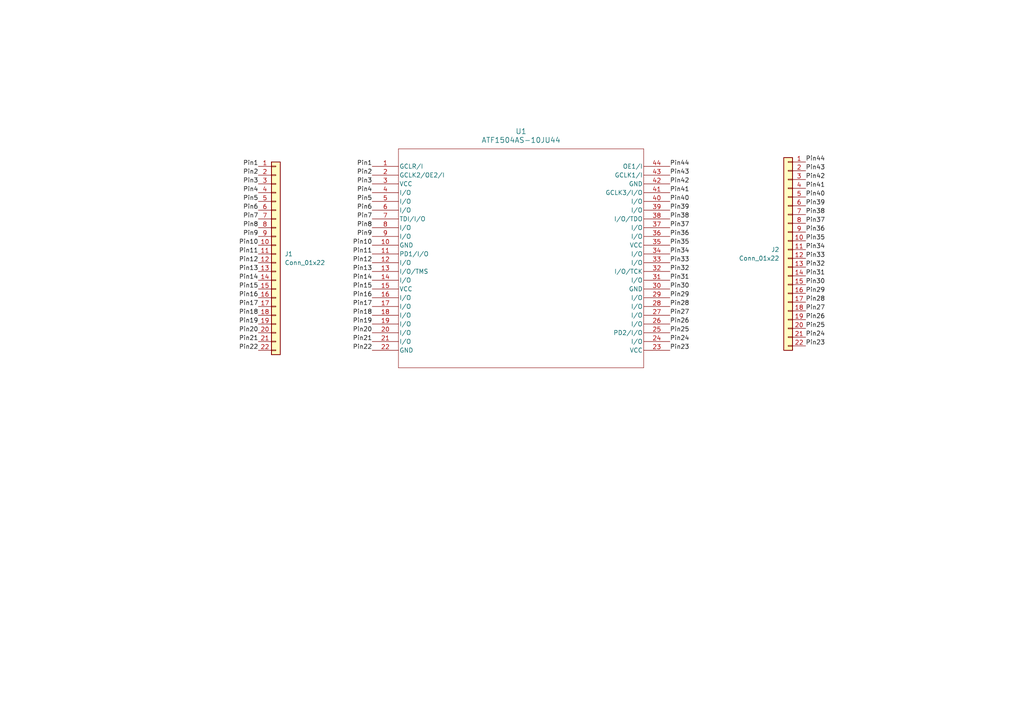
<source format=kicad_sch>
(kicad_sch
	(version 20231120)
	(generator "eeschema")
	(generator_version "8.0")
	(uuid "d7059fac-59d3-40cb-8525-669c9994b2b2")
	(paper "A4")
	(title_block
		(title "PLCC-44 Socket Adapter")
		(date "2025-02-20")
		(rev "v1.0")
	)
	(lib_symbols
		(symbol "2025-02-09_06-48-55:ATF1504AS-10JU44"
			(pin_names
				(offset 0.254)
			)
			(exclude_from_sim no)
			(in_bom yes)
			(on_board yes)
			(property "Reference" "U"
				(at 43.18 10.16 0)
				(effects
					(font
						(size 1.524 1.524)
					)
				)
			)
			(property "Value" "ATF1504AS-10JU44"
				(at 43.18 7.62 0)
				(effects
					(font
						(size 1.524 1.524)
					)
				)
			)
			(property "Footprint" "44J_MCH"
				(at 0 0 0)
				(effects
					(font
						(size 1.27 1.27)
						(italic yes)
					)
					(hide yes)
				)
			)
			(property "Datasheet" "ATF1504AS-10JU44"
				(at 0 0 0)
				(effects
					(font
						(size 1.27 1.27)
						(italic yes)
					)
					(hide yes)
				)
			)
			(property "Description" ""
				(at 0 0 0)
				(effects
					(font
						(size 1.27 1.27)
					)
					(hide yes)
				)
			)
			(property "ki_locked" ""
				(at 0 0 0)
				(effects
					(font
						(size 1.27 1.27)
					)
				)
			)
			(property "ki_keywords" "ATF1504AS-10JU44"
				(at 0 0 0)
				(effects
					(font
						(size 1.27 1.27)
					)
					(hide yes)
				)
			)
			(property "ki_fp_filters" "44J_MCH 44J_MCH-M 44J_MCH-L"
				(at 0 0 0)
				(effects
					(font
						(size 1.27 1.27)
					)
					(hide yes)
				)
			)
			(symbol "ATF1504AS-10JU44_0_1"
				(polyline
					(pts
						(xy 7.62 -58.42) (xy 78.74 -58.42)
					)
					(stroke
						(width 0.127)
						(type default)
					)
					(fill
						(type none)
					)
				)
				(polyline
					(pts
						(xy 7.62 5.08) (xy 7.62 -58.42)
					)
					(stroke
						(width 0.127)
						(type default)
					)
					(fill
						(type none)
					)
				)
				(polyline
					(pts
						(xy 78.74 -58.42) (xy 78.74 5.08)
					)
					(stroke
						(width 0.127)
						(type default)
					)
					(fill
						(type none)
					)
				)
				(polyline
					(pts
						(xy 78.74 5.08) (xy 7.62 5.08)
					)
					(stroke
						(width 0.127)
						(type default)
					)
					(fill
						(type none)
					)
				)
				(pin bidirectional line
					(at 0 0 0)
					(length 7.62)
					(name "GCLR/I"
						(effects
							(font
								(size 1.27 1.27)
							)
						)
					)
					(number "1"
						(effects
							(font
								(size 1.27 1.27)
							)
						)
					)
				)
				(pin power_in line
					(at 0 -22.86 0)
					(length 7.62)
					(name "GND"
						(effects
							(font
								(size 1.27 1.27)
							)
						)
					)
					(number "10"
						(effects
							(font
								(size 1.27 1.27)
							)
						)
					)
				)
				(pin bidirectional line
					(at 0 -25.4 0)
					(length 7.62)
					(name "PD1/I/O"
						(effects
							(font
								(size 1.27 1.27)
							)
						)
					)
					(number "11"
						(effects
							(font
								(size 1.27 1.27)
							)
						)
					)
				)
				(pin bidirectional line
					(at 0 -27.94 0)
					(length 7.62)
					(name "I/O"
						(effects
							(font
								(size 1.27 1.27)
							)
						)
					)
					(number "12"
						(effects
							(font
								(size 1.27 1.27)
							)
						)
					)
				)
				(pin bidirectional line
					(at 0 -30.48 0)
					(length 7.62)
					(name "I/O/TMS"
						(effects
							(font
								(size 1.27 1.27)
							)
						)
					)
					(number "13"
						(effects
							(font
								(size 1.27 1.27)
							)
						)
					)
				)
				(pin bidirectional line
					(at 0 -33.02 0)
					(length 7.62)
					(name "I/O"
						(effects
							(font
								(size 1.27 1.27)
							)
						)
					)
					(number "14"
						(effects
							(font
								(size 1.27 1.27)
							)
						)
					)
				)
				(pin power_in line
					(at 0 -35.56 0)
					(length 7.62)
					(name "VCC"
						(effects
							(font
								(size 1.27 1.27)
							)
						)
					)
					(number "15"
						(effects
							(font
								(size 1.27 1.27)
							)
						)
					)
				)
				(pin bidirectional line
					(at 0 -38.1 0)
					(length 7.62)
					(name "I/O"
						(effects
							(font
								(size 1.27 1.27)
							)
						)
					)
					(number "16"
						(effects
							(font
								(size 1.27 1.27)
							)
						)
					)
				)
				(pin bidirectional line
					(at 0 -40.64 0)
					(length 7.62)
					(name "I/O"
						(effects
							(font
								(size 1.27 1.27)
							)
						)
					)
					(number "17"
						(effects
							(font
								(size 1.27 1.27)
							)
						)
					)
				)
				(pin bidirectional line
					(at 0 -43.18 0)
					(length 7.62)
					(name "I/O"
						(effects
							(font
								(size 1.27 1.27)
							)
						)
					)
					(number "18"
						(effects
							(font
								(size 1.27 1.27)
							)
						)
					)
				)
				(pin bidirectional line
					(at 0 -45.72 0)
					(length 7.62)
					(name "I/O"
						(effects
							(font
								(size 1.27 1.27)
							)
						)
					)
					(number "19"
						(effects
							(font
								(size 1.27 1.27)
							)
						)
					)
				)
				(pin bidirectional line
					(at 0 -2.54 0)
					(length 7.62)
					(name "GCLK2/OE2/I"
						(effects
							(font
								(size 1.27 1.27)
							)
						)
					)
					(number "2"
						(effects
							(font
								(size 1.27 1.27)
							)
						)
					)
				)
				(pin bidirectional line
					(at 0 -48.26 0)
					(length 7.62)
					(name "I/O"
						(effects
							(font
								(size 1.27 1.27)
							)
						)
					)
					(number "20"
						(effects
							(font
								(size 1.27 1.27)
							)
						)
					)
				)
				(pin bidirectional line
					(at 0 -50.8 0)
					(length 7.62)
					(name "I/O"
						(effects
							(font
								(size 1.27 1.27)
							)
						)
					)
					(number "21"
						(effects
							(font
								(size 1.27 1.27)
							)
						)
					)
				)
				(pin power_in line
					(at 0 -53.34 0)
					(length 7.62)
					(name "GND"
						(effects
							(font
								(size 1.27 1.27)
							)
						)
					)
					(number "22"
						(effects
							(font
								(size 1.27 1.27)
							)
						)
					)
				)
				(pin power_in line
					(at 86.36 -53.34 180)
					(length 7.62)
					(name "VCC"
						(effects
							(font
								(size 1.27 1.27)
							)
						)
					)
					(number "23"
						(effects
							(font
								(size 1.27 1.27)
							)
						)
					)
				)
				(pin bidirectional line
					(at 86.36 -50.8 180)
					(length 7.62)
					(name "I/O"
						(effects
							(font
								(size 1.27 1.27)
							)
						)
					)
					(number "24"
						(effects
							(font
								(size 1.27 1.27)
							)
						)
					)
				)
				(pin bidirectional line
					(at 86.36 -48.26 180)
					(length 7.62)
					(name "PD2/I/O"
						(effects
							(font
								(size 1.27 1.27)
							)
						)
					)
					(number "25"
						(effects
							(font
								(size 1.27 1.27)
							)
						)
					)
				)
				(pin bidirectional line
					(at 86.36 -45.72 180)
					(length 7.62)
					(name "I/O"
						(effects
							(font
								(size 1.27 1.27)
							)
						)
					)
					(number "26"
						(effects
							(font
								(size 1.27 1.27)
							)
						)
					)
				)
				(pin bidirectional line
					(at 86.36 -43.18 180)
					(length 7.62)
					(name "I/O"
						(effects
							(font
								(size 1.27 1.27)
							)
						)
					)
					(number "27"
						(effects
							(font
								(size 1.27 1.27)
							)
						)
					)
				)
				(pin bidirectional line
					(at 86.36 -40.64 180)
					(length 7.62)
					(name "I/O"
						(effects
							(font
								(size 1.27 1.27)
							)
						)
					)
					(number "28"
						(effects
							(font
								(size 1.27 1.27)
							)
						)
					)
				)
				(pin bidirectional line
					(at 86.36 -38.1 180)
					(length 7.62)
					(name "I/O"
						(effects
							(font
								(size 1.27 1.27)
							)
						)
					)
					(number "29"
						(effects
							(font
								(size 1.27 1.27)
							)
						)
					)
				)
				(pin power_in line
					(at 0 -5.08 0)
					(length 7.62)
					(name "VCC"
						(effects
							(font
								(size 1.27 1.27)
							)
						)
					)
					(number "3"
						(effects
							(font
								(size 1.27 1.27)
							)
						)
					)
				)
				(pin power_in line
					(at 86.36 -35.56 180)
					(length 7.62)
					(name "GND"
						(effects
							(font
								(size 1.27 1.27)
							)
						)
					)
					(number "30"
						(effects
							(font
								(size 1.27 1.27)
							)
						)
					)
				)
				(pin bidirectional line
					(at 86.36 -33.02 180)
					(length 7.62)
					(name "I/O"
						(effects
							(font
								(size 1.27 1.27)
							)
						)
					)
					(number "31"
						(effects
							(font
								(size 1.27 1.27)
							)
						)
					)
				)
				(pin bidirectional line
					(at 86.36 -30.48 180)
					(length 7.62)
					(name "I/O/TCK"
						(effects
							(font
								(size 1.27 1.27)
							)
						)
					)
					(number "32"
						(effects
							(font
								(size 1.27 1.27)
							)
						)
					)
				)
				(pin bidirectional line
					(at 86.36 -27.94 180)
					(length 7.62)
					(name "I/O"
						(effects
							(font
								(size 1.27 1.27)
							)
						)
					)
					(number "33"
						(effects
							(font
								(size 1.27 1.27)
							)
						)
					)
				)
				(pin bidirectional line
					(at 86.36 -25.4 180)
					(length 7.62)
					(name "I/O"
						(effects
							(font
								(size 1.27 1.27)
							)
						)
					)
					(number "34"
						(effects
							(font
								(size 1.27 1.27)
							)
						)
					)
				)
				(pin power_in line
					(at 86.36 -22.86 180)
					(length 7.62)
					(name "VCC"
						(effects
							(font
								(size 1.27 1.27)
							)
						)
					)
					(number "35"
						(effects
							(font
								(size 1.27 1.27)
							)
						)
					)
				)
				(pin bidirectional line
					(at 86.36 -20.32 180)
					(length 7.62)
					(name "I/O"
						(effects
							(font
								(size 1.27 1.27)
							)
						)
					)
					(number "36"
						(effects
							(font
								(size 1.27 1.27)
							)
						)
					)
				)
				(pin bidirectional line
					(at 86.36 -17.78 180)
					(length 7.62)
					(name "I/O"
						(effects
							(font
								(size 1.27 1.27)
							)
						)
					)
					(number "37"
						(effects
							(font
								(size 1.27 1.27)
							)
						)
					)
				)
				(pin bidirectional line
					(at 86.36 -15.24 180)
					(length 7.62)
					(name "I/O/TDO"
						(effects
							(font
								(size 1.27 1.27)
							)
						)
					)
					(number "38"
						(effects
							(font
								(size 1.27 1.27)
							)
						)
					)
				)
				(pin bidirectional line
					(at 86.36 -12.7 180)
					(length 7.62)
					(name "I/O"
						(effects
							(font
								(size 1.27 1.27)
							)
						)
					)
					(number "39"
						(effects
							(font
								(size 1.27 1.27)
							)
						)
					)
				)
				(pin bidirectional line
					(at 0 -7.62 0)
					(length 7.62)
					(name "I/O"
						(effects
							(font
								(size 1.27 1.27)
							)
						)
					)
					(number "4"
						(effects
							(font
								(size 1.27 1.27)
							)
						)
					)
				)
				(pin bidirectional line
					(at 86.36 -10.16 180)
					(length 7.62)
					(name "I/O"
						(effects
							(font
								(size 1.27 1.27)
							)
						)
					)
					(number "40"
						(effects
							(font
								(size 1.27 1.27)
							)
						)
					)
				)
				(pin bidirectional line
					(at 86.36 -7.62 180)
					(length 7.62)
					(name "GCLK3/I/O"
						(effects
							(font
								(size 1.27 1.27)
							)
						)
					)
					(number "41"
						(effects
							(font
								(size 1.27 1.27)
							)
						)
					)
				)
				(pin power_in line
					(at 86.36 -5.08 180)
					(length 7.62)
					(name "GND"
						(effects
							(font
								(size 1.27 1.27)
							)
						)
					)
					(number "42"
						(effects
							(font
								(size 1.27 1.27)
							)
						)
					)
				)
				(pin bidirectional line
					(at 86.36 -2.54 180)
					(length 7.62)
					(name "GCLK1/I"
						(effects
							(font
								(size 1.27 1.27)
							)
						)
					)
					(number "43"
						(effects
							(font
								(size 1.27 1.27)
							)
						)
					)
				)
				(pin bidirectional line
					(at 86.36 0 180)
					(length 7.62)
					(name "OE1/I"
						(effects
							(font
								(size 1.27 1.27)
							)
						)
					)
					(number "44"
						(effects
							(font
								(size 1.27 1.27)
							)
						)
					)
				)
				(pin bidirectional line
					(at 0 -10.16 0)
					(length 7.62)
					(name "I/O"
						(effects
							(font
								(size 1.27 1.27)
							)
						)
					)
					(number "5"
						(effects
							(font
								(size 1.27 1.27)
							)
						)
					)
				)
				(pin bidirectional line
					(at 0 -12.7 0)
					(length 7.62)
					(name "I/O"
						(effects
							(font
								(size 1.27 1.27)
							)
						)
					)
					(number "6"
						(effects
							(font
								(size 1.27 1.27)
							)
						)
					)
				)
				(pin bidirectional line
					(at 0 -15.24 0)
					(length 7.62)
					(name "TDI/I/O"
						(effects
							(font
								(size 1.27 1.27)
							)
						)
					)
					(number "7"
						(effects
							(font
								(size 1.27 1.27)
							)
						)
					)
				)
				(pin bidirectional line
					(at 0 -17.78 0)
					(length 7.62)
					(name "I/O"
						(effects
							(font
								(size 1.27 1.27)
							)
						)
					)
					(number "8"
						(effects
							(font
								(size 1.27 1.27)
							)
						)
					)
				)
				(pin bidirectional line
					(at 0 -20.32 0)
					(length 7.62)
					(name "I/O"
						(effects
							(font
								(size 1.27 1.27)
							)
						)
					)
					(number "9"
						(effects
							(font
								(size 1.27 1.27)
							)
						)
					)
				)
			)
		)
		(symbol "Connector_Generic:Conn_01x22"
			(pin_names
				(offset 1.016) hide)
			(exclude_from_sim no)
			(in_bom yes)
			(on_board yes)
			(property "Reference" "J"
				(at 0 27.94 0)
				(effects
					(font
						(size 1.27 1.27)
					)
				)
			)
			(property "Value" "Conn_01x22"
				(at 0 -30.48 0)
				(effects
					(font
						(size 1.27 1.27)
					)
				)
			)
			(property "Footprint" ""
				(at 0 0 0)
				(effects
					(font
						(size 1.27 1.27)
					)
					(hide yes)
				)
			)
			(property "Datasheet" "~"
				(at 0 0 0)
				(effects
					(font
						(size 1.27 1.27)
					)
					(hide yes)
				)
			)
			(property "Description" "Generic connector, single row, 01x22, script generated (kicad-library-utils/schlib/autogen/connector/)"
				(at 0 0 0)
				(effects
					(font
						(size 1.27 1.27)
					)
					(hide yes)
				)
			)
			(property "ki_keywords" "connector"
				(at 0 0 0)
				(effects
					(font
						(size 1.27 1.27)
					)
					(hide yes)
				)
			)
			(property "ki_fp_filters" "Connector*:*_1x??_*"
				(at 0 0 0)
				(effects
					(font
						(size 1.27 1.27)
					)
					(hide yes)
				)
			)
			(symbol "Conn_01x22_1_1"
				(rectangle
					(start -1.27 -27.813)
					(end 0 -28.067)
					(stroke
						(width 0.1524)
						(type default)
					)
					(fill
						(type none)
					)
				)
				(rectangle
					(start -1.27 -25.273)
					(end 0 -25.527)
					(stroke
						(width 0.1524)
						(type default)
					)
					(fill
						(type none)
					)
				)
				(rectangle
					(start -1.27 -22.733)
					(end 0 -22.987)
					(stroke
						(width 0.1524)
						(type default)
					)
					(fill
						(type none)
					)
				)
				(rectangle
					(start -1.27 -20.193)
					(end 0 -20.447)
					(stroke
						(width 0.1524)
						(type default)
					)
					(fill
						(type none)
					)
				)
				(rectangle
					(start -1.27 -17.653)
					(end 0 -17.907)
					(stroke
						(width 0.1524)
						(type default)
					)
					(fill
						(type none)
					)
				)
				(rectangle
					(start -1.27 -15.113)
					(end 0 -15.367)
					(stroke
						(width 0.1524)
						(type default)
					)
					(fill
						(type none)
					)
				)
				(rectangle
					(start -1.27 -12.573)
					(end 0 -12.827)
					(stroke
						(width 0.1524)
						(type default)
					)
					(fill
						(type none)
					)
				)
				(rectangle
					(start -1.27 -10.033)
					(end 0 -10.287)
					(stroke
						(width 0.1524)
						(type default)
					)
					(fill
						(type none)
					)
				)
				(rectangle
					(start -1.27 -7.493)
					(end 0 -7.747)
					(stroke
						(width 0.1524)
						(type default)
					)
					(fill
						(type none)
					)
				)
				(rectangle
					(start -1.27 -4.953)
					(end 0 -5.207)
					(stroke
						(width 0.1524)
						(type default)
					)
					(fill
						(type none)
					)
				)
				(rectangle
					(start -1.27 -2.413)
					(end 0 -2.667)
					(stroke
						(width 0.1524)
						(type default)
					)
					(fill
						(type none)
					)
				)
				(rectangle
					(start -1.27 0.127)
					(end 0 -0.127)
					(stroke
						(width 0.1524)
						(type default)
					)
					(fill
						(type none)
					)
				)
				(rectangle
					(start -1.27 2.667)
					(end 0 2.413)
					(stroke
						(width 0.1524)
						(type default)
					)
					(fill
						(type none)
					)
				)
				(rectangle
					(start -1.27 5.207)
					(end 0 4.953)
					(stroke
						(width 0.1524)
						(type default)
					)
					(fill
						(type none)
					)
				)
				(rectangle
					(start -1.27 7.747)
					(end 0 7.493)
					(stroke
						(width 0.1524)
						(type default)
					)
					(fill
						(type none)
					)
				)
				(rectangle
					(start -1.27 10.287)
					(end 0 10.033)
					(stroke
						(width 0.1524)
						(type default)
					)
					(fill
						(type none)
					)
				)
				(rectangle
					(start -1.27 12.827)
					(end 0 12.573)
					(stroke
						(width 0.1524)
						(type default)
					)
					(fill
						(type none)
					)
				)
				(rectangle
					(start -1.27 15.367)
					(end 0 15.113)
					(stroke
						(width 0.1524)
						(type default)
					)
					(fill
						(type none)
					)
				)
				(rectangle
					(start -1.27 17.907)
					(end 0 17.653)
					(stroke
						(width 0.1524)
						(type default)
					)
					(fill
						(type none)
					)
				)
				(rectangle
					(start -1.27 20.447)
					(end 0 20.193)
					(stroke
						(width 0.1524)
						(type default)
					)
					(fill
						(type none)
					)
				)
				(rectangle
					(start -1.27 22.987)
					(end 0 22.733)
					(stroke
						(width 0.1524)
						(type default)
					)
					(fill
						(type none)
					)
				)
				(rectangle
					(start -1.27 25.527)
					(end 0 25.273)
					(stroke
						(width 0.1524)
						(type default)
					)
					(fill
						(type none)
					)
				)
				(rectangle
					(start -1.27 26.67)
					(end 1.27 -29.21)
					(stroke
						(width 0.254)
						(type default)
					)
					(fill
						(type background)
					)
				)
				(pin passive line
					(at -5.08 25.4 0)
					(length 3.81)
					(name "Pin_1"
						(effects
							(font
								(size 1.27 1.27)
							)
						)
					)
					(number "1"
						(effects
							(font
								(size 1.27 1.27)
							)
						)
					)
				)
				(pin passive line
					(at -5.08 2.54 0)
					(length 3.81)
					(name "Pin_10"
						(effects
							(font
								(size 1.27 1.27)
							)
						)
					)
					(number "10"
						(effects
							(font
								(size 1.27 1.27)
							)
						)
					)
				)
				(pin passive line
					(at -5.08 0 0)
					(length 3.81)
					(name "Pin_11"
						(effects
							(font
								(size 1.27 1.27)
							)
						)
					)
					(number "11"
						(effects
							(font
								(size 1.27 1.27)
							)
						)
					)
				)
				(pin passive line
					(at -5.08 -2.54 0)
					(length 3.81)
					(name "Pin_12"
						(effects
							(font
								(size 1.27 1.27)
							)
						)
					)
					(number "12"
						(effects
							(font
								(size 1.27 1.27)
							)
						)
					)
				)
				(pin passive line
					(at -5.08 -5.08 0)
					(length 3.81)
					(name "Pin_13"
						(effects
							(font
								(size 1.27 1.27)
							)
						)
					)
					(number "13"
						(effects
							(font
								(size 1.27 1.27)
							)
						)
					)
				)
				(pin passive line
					(at -5.08 -7.62 0)
					(length 3.81)
					(name "Pin_14"
						(effects
							(font
								(size 1.27 1.27)
							)
						)
					)
					(number "14"
						(effects
							(font
								(size 1.27 1.27)
							)
						)
					)
				)
				(pin passive line
					(at -5.08 -10.16 0)
					(length 3.81)
					(name "Pin_15"
						(effects
							(font
								(size 1.27 1.27)
							)
						)
					)
					(number "15"
						(effects
							(font
								(size 1.27 1.27)
							)
						)
					)
				)
				(pin passive line
					(at -5.08 -12.7 0)
					(length 3.81)
					(name "Pin_16"
						(effects
							(font
								(size 1.27 1.27)
							)
						)
					)
					(number "16"
						(effects
							(font
								(size 1.27 1.27)
							)
						)
					)
				)
				(pin passive line
					(at -5.08 -15.24 0)
					(length 3.81)
					(name "Pin_17"
						(effects
							(font
								(size 1.27 1.27)
							)
						)
					)
					(number "17"
						(effects
							(font
								(size 1.27 1.27)
							)
						)
					)
				)
				(pin passive line
					(at -5.08 -17.78 0)
					(length 3.81)
					(name "Pin_18"
						(effects
							(font
								(size 1.27 1.27)
							)
						)
					)
					(number "18"
						(effects
							(font
								(size 1.27 1.27)
							)
						)
					)
				)
				(pin passive line
					(at -5.08 -20.32 0)
					(length 3.81)
					(name "Pin_19"
						(effects
							(font
								(size 1.27 1.27)
							)
						)
					)
					(number "19"
						(effects
							(font
								(size 1.27 1.27)
							)
						)
					)
				)
				(pin passive line
					(at -5.08 22.86 0)
					(length 3.81)
					(name "Pin_2"
						(effects
							(font
								(size 1.27 1.27)
							)
						)
					)
					(number "2"
						(effects
							(font
								(size 1.27 1.27)
							)
						)
					)
				)
				(pin passive line
					(at -5.08 -22.86 0)
					(length 3.81)
					(name "Pin_20"
						(effects
							(font
								(size 1.27 1.27)
							)
						)
					)
					(number "20"
						(effects
							(font
								(size 1.27 1.27)
							)
						)
					)
				)
				(pin passive line
					(at -5.08 -25.4 0)
					(length 3.81)
					(name "Pin_21"
						(effects
							(font
								(size 1.27 1.27)
							)
						)
					)
					(number "21"
						(effects
							(font
								(size 1.27 1.27)
							)
						)
					)
				)
				(pin passive line
					(at -5.08 -27.94 0)
					(length 3.81)
					(name "Pin_22"
						(effects
							(font
								(size 1.27 1.27)
							)
						)
					)
					(number "22"
						(effects
							(font
								(size 1.27 1.27)
							)
						)
					)
				)
				(pin passive line
					(at -5.08 20.32 0)
					(length 3.81)
					(name "Pin_3"
						(effects
							(font
								(size 1.27 1.27)
							)
						)
					)
					(number "3"
						(effects
							(font
								(size 1.27 1.27)
							)
						)
					)
				)
				(pin passive line
					(at -5.08 17.78 0)
					(length 3.81)
					(name "Pin_4"
						(effects
							(font
								(size 1.27 1.27)
							)
						)
					)
					(number "4"
						(effects
							(font
								(size 1.27 1.27)
							)
						)
					)
				)
				(pin passive line
					(at -5.08 15.24 0)
					(length 3.81)
					(name "Pin_5"
						(effects
							(font
								(size 1.27 1.27)
							)
						)
					)
					(number "5"
						(effects
							(font
								(size 1.27 1.27)
							)
						)
					)
				)
				(pin passive line
					(at -5.08 12.7 0)
					(length 3.81)
					(name "Pin_6"
						(effects
							(font
								(size 1.27 1.27)
							)
						)
					)
					(number "6"
						(effects
							(font
								(size 1.27 1.27)
							)
						)
					)
				)
				(pin passive line
					(at -5.08 10.16 0)
					(length 3.81)
					(name "Pin_7"
						(effects
							(font
								(size 1.27 1.27)
							)
						)
					)
					(number "7"
						(effects
							(font
								(size 1.27 1.27)
							)
						)
					)
				)
				(pin passive line
					(at -5.08 7.62 0)
					(length 3.81)
					(name "Pin_8"
						(effects
							(font
								(size 1.27 1.27)
							)
						)
					)
					(number "8"
						(effects
							(font
								(size 1.27 1.27)
							)
						)
					)
				)
				(pin passive line
					(at -5.08 5.08 0)
					(length 3.81)
					(name "Pin_9"
						(effects
							(font
								(size 1.27 1.27)
							)
						)
					)
					(number "9"
						(effects
							(font
								(size 1.27 1.27)
							)
						)
					)
				)
			)
		)
	)
	(label "Pin23"
		(at 194.31 101.6 0)
		(fields_autoplaced yes)
		(effects
			(font
				(size 1.27 1.27)
			)
			(justify left bottom)
		)
		(uuid "00eceb52-98bc-49ed-a86f-993c03b34652")
	)
	(label "Pin11"
		(at 74.93 73.66 180)
		(fields_autoplaced yes)
		(effects
			(font
				(size 1.27 1.27)
			)
			(justify right bottom)
		)
		(uuid "02afd4a0-614f-4336-b519-d9ba5293299c")
	)
	(label "Pin6"
		(at 107.95 60.96 180)
		(fields_autoplaced yes)
		(effects
			(font
				(size 1.27 1.27)
			)
			(justify right bottom)
		)
		(uuid "05e2fbe0-b3f1-4157-85c3-244f31aaad11")
	)
	(label "Pin25"
		(at 194.31 96.52 0)
		(fields_autoplaced yes)
		(effects
			(font
				(size 1.27 1.27)
			)
			(justify left bottom)
		)
		(uuid "076a49ad-7206-46cb-b44a-35f80c5b8647")
	)
	(label "Pin37"
		(at 233.68 64.77 0)
		(fields_autoplaced yes)
		(effects
			(font
				(size 1.27 1.27)
			)
			(justify left bottom)
		)
		(uuid "0cf9ebd8-286d-4825-82f0-3d0b7e44f69e")
	)
	(label "Pin13"
		(at 74.93 78.74 180)
		(fields_autoplaced yes)
		(effects
			(font
				(size 1.27 1.27)
			)
			(justify right bottom)
		)
		(uuid "131a70e1-c4f6-461a-b125-bad190b7d26f")
	)
	(label "Pin1"
		(at 107.95 48.26 180)
		(fields_autoplaced yes)
		(effects
			(font
				(size 1.27 1.27)
			)
			(justify right bottom)
		)
		(uuid "16a1c66b-dc5f-4c54-af54-b051a2018810")
	)
	(label "Pin5"
		(at 107.95 58.42 180)
		(fields_autoplaced yes)
		(effects
			(font
				(size 1.27 1.27)
			)
			(justify right bottom)
		)
		(uuid "22f284a2-687f-424b-b8f2-6fa362d67c7f")
	)
	(label "Pin14"
		(at 107.95 81.28 180)
		(fields_autoplaced yes)
		(effects
			(font
				(size 1.27 1.27)
			)
			(justify right bottom)
		)
		(uuid "27aff8df-3e62-45ac-9066-2daf453003be")
	)
	(label "Pin28"
		(at 194.31 88.9 0)
		(fields_autoplaced yes)
		(effects
			(font
				(size 1.27 1.27)
			)
			(justify left bottom)
		)
		(uuid "2903ae26-c865-44f7-a373-0765a7986977")
	)
	(label "Pin19"
		(at 74.93 93.98 180)
		(fields_autoplaced yes)
		(effects
			(font
				(size 1.27 1.27)
			)
			(justify right bottom)
		)
		(uuid "29907347-dbe1-4234-8fb5-2d15765e7f11")
	)
	(label "Pin20"
		(at 74.93 96.52 180)
		(fields_autoplaced yes)
		(effects
			(font
				(size 1.27 1.27)
			)
			(justify right bottom)
		)
		(uuid "2f446a15-406d-4e20-bc33-663ac77be532")
	)
	(label "Pin17"
		(at 107.95 88.9 180)
		(fields_autoplaced yes)
		(effects
			(font
				(size 1.27 1.27)
			)
			(justify right bottom)
		)
		(uuid "2fadbe66-39be-4d7c-9f64-a67ca8458a8f")
	)
	(label "Pin25"
		(at 233.68 95.25 0)
		(fields_autoplaced yes)
		(effects
			(font
				(size 1.27 1.27)
			)
			(justify left bottom)
		)
		(uuid "32f388f3-57f0-412b-94ee-ba0c9f78f734")
	)
	(label "Pin21"
		(at 107.95 99.06 180)
		(fields_autoplaced yes)
		(effects
			(font
				(size 1.27 1.27)
			)
			(justify right bottom)
		)
		(uuid "3371609d-34b7-44f0-a26a-d9dba286d205")
	)
	(label "Pin12"
		(at 107.95 76.2 180)
		(fields_autoplaced yes)
		(effects
			(font
				(size 1.27 1.27)
			)
			(justify right bottom)
		)
		(uuid "33ea391f-fc6f-4865-8d90-0f9a63d89c11")
	)
	(label "Pin42"
		(at 194.31 53.34 0)
		(fields_autoplaced yes)
		(effects
			(font
				(size 1.27 1.27)
			)
			(justify left bottom)
		)
		(uuid "35831d0e-d145-40fe-9b56-f18013ddac9b")
	)
	(label "Pin20"
		(at 107.95 96.52 180)
		(fields_autoplaced yes)
		(effects
			(font
				(size 1.27 1.27)
			)
			(justify right bottom)
		)
		(uuid "35c64b3a-2ef4-47de-ac93-5b7b04385714")
	)
	(label "Pin24"
		(at 233.68 97.79 0)
		(fields_autoplaced yes)
		(effects
			(font
				(size 1.27 1.27)
			)
			(justify left bottom)
		)
		(uuid "37a8da57-37d7-4e59-b8c4-e49be0d4f240")
	)
	(label "Pin10"
		(at 107.95 71.12 180)
		(fields_autoplaced yes)
		(effects
			(font
				(size 1.27 1.27)
			)
			(justify right bottom)
		)
		(uuid "38d5d34f-8a90-4502-a848-265da3f1fd3d")
	)
	(label "Pin15"
		(at 74.93 83.82 180)
		(fields_autoplaced yes)
		(effects
			(font
				(size 1.27 1.27)
			)
			(justify right bottom)
		)
		(uuid "396d5523-4555-49f1-9bb6-55ac3fd23b7a")
	)
	(label "Pin38"
		(at 194.31 63.5 0)
		(fields_autoplaced yes)
		(effects
			(font
				(size 1.27 1.27)
			)
			(justify left bottom)
		)
		(uuid "3be81250-22e7-4d76-a523-bdb2e8e5a7fc")
	)
	(label "Pin4"
		(at 107.95 55.88 180)
		(fields_autoplaced yes)
		(effects
			(font
				(size 1.27 1.27)
			)
			(justify right bottom)
		)
		(uuid "44db6db1-7007-410b-8fa1-74e178de799f")
	)
	(label "Pin32"
		(at 194.31 78.74 0)
		(fields_autoplaced yes)
		(effects
			(font
				(size 1.27 1.27)
			)
			(justify left bottom)
		)
		(uuid "46b8e5f5-8b33-4c7c-b084-cc3f85e19b09")
	)
	(label "Pin35"
		(at 233.68 69.85 0)
		(fields_autoplaced yes)
		(effects
			(font
				(size 1.27 1.27)
			)
			(justify left bottom)
		)
		(uuid "4aca6ec1-1e81-4a2e-831e-ae8adf23e3d8")
	)
	(label "Pin6"
		(at 74.93 60.96 180)
		(fields_autoplaced yes)
		(effects
			(font
				(size 1.27 1.27)
			)
			(justify right bottom)
		)
		(uuid "4b83387e-0189-457c-b121-9a745e820504")
	)
	(label "Pin17"
		(at 74.93 88.9 180)
		(fields_autoplaced yes)
		(effects
			(font
				(size 1.27 1.27)
			)
			(justify right bottom)
		)
		(uuid "4ca36cde-8e1e-4b91-a2f7-c65172f0cd21")
	)
	(label "Pin4"
		(at 74.93 55.88 180)
		(fields_autoplaced yes)
		(effects
			(font
				(size 1.27 1.27)
			)
			(justify right bottom)
		)
		(uuid "4dda8a88-14c9-4f64-8234-1e789af71790")
	)
	(label "Pin18"
		(at 107.95 91.44 180)
		(fields_autoplaced yes)
		(effects
			(font
				(size 1.27 1.27)
			)
			(justify right bottom)
		)
		(uuid "4ea65b07-cba4-4e40-a4c9-7bc7fb8123e6")
	)
	(label "Pin36"
		(at 233.68 67.31 0)
		(fields_autoplaced yes)
		(effects
			(font
				(size 1.27 1.27)
			)
			(justify left bottom)
		)
		(uuid "4fa061e4-e798-4e6a-986b-64acf0e8d465")
	)
	(label "Pin30"
		(at 233.68 82.55 0)
		(fields_autoplaced yes)
		(effects
			(font
				(size 1.27 1.27)
			)
			(justify left bottom)
		)
		(uuid "514ca812-a8ea-4df3-b1d0-1d03e081112b")
	)
	(label "Pin13"
		(at 107.95 78.74 180)
		(fields_autoplaced yes)
		(effects
			(font
				(size 1.27 1.27)
			)
			(justify right bottom)
		)
		(uuid "52efccd7-60f0-481b-9b06-bef7e208cfe1")
	)
	(label "Pin9"
		(at 107.95 68.58 180)
		(fields_autoplaced yes)
		(effects
			(font
				(size 1.27 1.27)
			)
			(justify right bottom)
		)
		(uuid "552863fd-86fb-45e9-89fe-558dac64474a")
	)
	(label "Pin44"
		(at 233.68 46.99 0)
		(fields_autoplaced yes)
		(effects
			(font
				(size 1.27 1.27)
			)
			(justify left bottom)
		)
		(uuid "556659c5-f265-4396-b45d-9a4c26ffe32e")
	)
	(label "Pin19"
		(at 107.95 93.98 180)
		(fields_autoplaced yes)
		(effects
			(font
				(size 1.27 1.27)
			)
			(justify right bottom)
		)
		(uuid "5796142e-c823-4f82-930b-79c6769f3f77")
	)
	(label "Pin43"
		(at 194.31 50.8 0)
		(fields_autoplaced yes)
		(effects
			(font
				(size 1.27 1.27)
			)
			(justify left bottom)
		)
		(uuid "618d9021-901e-4672-9d21-775861127d48")
	)
	(label "Pin35"
		(at 194.31 71.12 0)
		(fields_autoplaced yes)
		(effects
			(font
				(size 1.27 1.27)
			)
			(justify left bottom)
		)
		(uuid "61fb3e9f-57c7-40ce-8e32-4f5dae43a80f")
	)
	(label "Pin26"
		(at 233.68 92.71 0)
		(fields_autoplaced yes)
		(effects
			(font
				(size 1.27 1.27)
			)
			(justify left bottom)
		)
		(uuid "69c6ddc5-fc43-4d7f-aff7-ba68e7dfcfb0")
	)
	(label "Pin43"
		(at 233.68 49.53 0)
		(fields_autoplaced yes)
		(effects
			(font
				(size 1.27 1.27)
			)
			(justify left bottom)
		)
		(uuid "6c137922-a782-482f-b9cc-f3a34823a5b9")
	)
	(label "Pin41"
		(at 194.31 55.88 0)
		(fields_autoplaced yes)
		(effects
			(font
				(size 1.27 1.27)
			)
			(justify left bottom)
		)
		(uuid "6c9cd72d-a56a-495f-a8c2-70c72e2b5544")
	)
	(label "Pin27"
		(at 233.68 90.17 0)
		(fields_autoplaced yes)
		(effects
			(font
				(size 1.27 1.27)
			)
			(justify left bottom)
		)
		(uuid "6dd173d2-33ee-4eb3-9f49-78ffae3feddc")
	)
	(label "Pin26"
		(at 194.31 93.98 0)
		(fields_autoplaced yes)
		(effects
			(font
				(size 1.27 1.27)
			)
			(justify left bottom)
		)
		(uuid "71ae5e13-d784-42c5-8188-05b476e5995b")
	)
	(label "Pin28"
		(at 233.68 87.63 0)
		(fields_autoplaced yes)
		(effects
			(font
				(size 1.27 1.27)
			)
			(justify left bottom)
		)
		(uuid "7507cff6-aef3-4de1-86f3-819c72fa65b6")
	)
	(label "Pin29"
		(at 233.68 85.09 0)
		(fields_autoplaced yes)
		(effects
			(font
				(size 1.27 1.27)
			)
			(justify left bottom)
		)
		(uuid "7732fc4b-b7fc-438b-bf10-73421f2b7923")
	)
	(label "Pin29"
		(at 194.31 86.36 0)
		(fields_autoplaced yes)
		(effects
			(font
				(size 1.27 1.27)
			)
			(justify left bottom)
		)
		(uuid "7db3cb9e-51ca-4678-ad18-57cc2fded76a")
	)
	(label "Pin22"
		(at 107.95 101.6 180)
		(fields_autoplaced yes)
		(effects
			(font
				(size 1.27 1.27)
			)
			(justify right bottom)
		)
		(uuid "7fae7975-98bb-410a-aa6d-ae913425df6b")
	)
	(label "Pin40"
		(at 194.31 58.42 0)
		(fields_autoplaced yes)
		(effects
			(font
				(size 1.27 1.27)
			)
			(justify left bottom)
		)
		(uuid "85fa8cb5-5345-48fe-a99e-7317fc8a0ec9")
	)
	(label "Pin41"
		(at 233.68 54.61 0)
		(fields_autoplaced yes)
		(effects
			(font
				(size 1.27 1.27)
			)
			(justify left bottom)
		)
		(uuid "8afd13b4-162f-460f-8ced-3802c413d007")
	)
	(label "Pin24"
		(at 194.31 99.06 0)
		(fields_autoplaced yes)
		(effects
			(font
				(size 1.27 1.27)
			)
			(justify left bottom)
		)
		(uuid "8ee9215f-a73e-4e06-9e74-f5c678f816da")
	)
	(label "Pin15"
		(at 107.95 83.82 180)
		(fields_autoplaced yes)
		(effects
			(font
				(size 1.27 1.27)
			)
			(justify right bottom)
		)
		(uuid "9382bac1-7149-42c3-bc73-fdcf42a9210e")
	)
	(label "Pin2"
		(at 107.95 50.8 180)
		(fields_autoplaced yes)
		(effects
			(font
				(size 1.27 1.27)
			)
			(justify right bottom)
		)
		(uuid "94b10030-7b7e-48d7-87b1-a8f312e11371")
	)
	(label "Pin30"
		(at 194.31 83.82 0)
		(fields_autoplaced yes)
		(effects
			(font
				(size 1.27 1.27)
			)
			(justify left bottom)
		)
		(uuid "96776734-f6d8-4745-8072-e2b0eaf6083c")
	)
	(label "Pin36"
		(at 194.31 68.58 0)
		(fields_autoplaced yes)
		(effects
			(font
				(size 1.27 1.27)
			)
			(justify left bottom)
		)
		(uuid "9697fabd-a91d-442c-86c7-fcc1caf38d44")
	)
	(label "Pin2"
		(at 74.93 50.8 180)
		(fields_autoplaced yes)
		(effects
			(font
				(size 1.27 1.27)
			)
			(justify right bottom)
		)
		(uuid "980519e8-fbc7-4bd1-a1a4-7d2c83de30eb")
	)
	(label "Pin8"
		(at 107.95 66.04 180)
		(fields_autoplaced yes)
		(effects
			(font
				(size 1.27 1.27)
			)
			(justify right bottom)
		)
		(uuid "9c7433a3-ccd9-442e-8f03-ca57e958f0ff")
	)
	(label "Pin1"
		(at 74.93 48.26 180)
		(fields_autoplaced yes)
		(effects
			(font
				(size 1.27 1.27)
			)
			(justify right bottom)
		)
		(uuid "a0582bc9-efa5-4dc1-aa85-be47098a307e")
	)
	(label "Pin23"
		(at 233.68 100.33 0)
		(fields_autoplaced yes)
		(effects
			(font
				(size 1.27 1.27)
			)
			(justify left bottom)
		)
		(uuid "a493aaeb-7dc6-4fb9-8259-a98d2e69f3d1")
	)
	(label "Pin5"
		(at 74.93 58.42 180)
		(fields_autoplaced yes)
		(effects
			(font
				(size 1.27 1.27)
			)
			(justify right bottom)
		)
		(uuid "a65ba20c-b691-4e81-9e5f-88f7a4a46951")
	)
	(label "Pin12"
		(at 74.93 76.2 180)
		(fields_autoplaced yes)
		(effects
			(font
				(size 1.27 1.27)
			)
			(justify right bottom)
		)
		(uuid "a7d643aa-9542-4f12-a18c-190e74ff6067")
	)
	(label "Pin42"
		(at 233.68 52.07 0)
		(fields_autoplaced yes)
		(effects
			(font
				(size 1.27 1.27)
			)
			(justify left bottom)
		)
		(uuid "ab85f9ee-c018-45e5-88d4-525fa41828c7")
	)
	(label "Pin39"
		(at 233.68 59.69 0)
		(fields_autoplaced yes)
		(effects
			(font
				(size 1.27 1.27)
			)
			(justify left bottom)
		)
		(uuid "af63d92a-3bb8-4f5a-bbe2-011e1fa95e6d")
	)
	(label "Pin3"
		(at 74.93 53.34 180)
		(fields_autoplaced yes)
		(effects
			(font
				(size 1.27 1.27)
			)
			(justify right bottom)
		)
		(uuid "b65a14a2-f58f-4315-8626-bda8f564ce4f")
	)
	(label "Pin27"
		(at 194.31 91.44 0)
		(fields_autoplaced yes)
		(effects
			(font
				(size 1.27 1.27)
			)
			(justify left bottom)
		)
		(uuid "bed156bc-b4c9-4b4f-b806-f1efd84e9dd8")
	)
	(label "Pin37"
		(at 194.31 66.04 0)
		(fields_autoplaced yes)
		(effects
			(font
				(size 1.27 1.27)
			)
			(justify left bottom)
		)
		(uuid "c0bf9b0e-38a3-44d5-af6c-e4f30c900ccf")
	)
	(label "Pin33"
		(at 233.68 74.93 0)
		(fields_autoplaced yes)
		(effects
			(font
				(size 1.27 1.27)
			)
			(justify left bottom)
		)
		(uuid "c64d60bb-bb90-43ca-b2d8-d4ec67357469")
	)
	(label "Pin9"
		(at 74.93 68.58 180)
		(fields_autoplaced yes)
		(effects
			(font
				(size 1.27 1.27)
			)
			(justify right bottom)
		)
		(uuid "c85457ca-a3a3-4607-8b3c-c25f2a823279")
	)
	(label "Pin11"
		(at 107.95 73.66 180)
		(fields_autoplaced yes)
		(effects
			(font
				(size 1.27 1.27)
			)
			(justify right bottom)
		)
		(uuid "cb17743d-c14e-4073-b28e-ecd0b9346e56")
	)
	(label "Pin21"
		(at 74.93 99.06 180)
		(fields_autoplaced yes)
		(effects
			(font
				(size 1.27 1.27)
			)
			(justify right bottom)
		)
		(uuid "ccbb1df3-3088-466f-a286-e3ad96cdce56")
	)
	(label "Pin34"
		(at 233.68 72.39 0)
		(fields_autoplaced yes)
		(effects
			(font
				(size 1.27 1.27)
			)
			(justify left bottom)
		)
		(uuid "d029a699-9182-4a85-8ce3-20f544ec7efc")
	)
	(label "Pin16"
		(at 107.95 86.36 180)
		(fields_autoplaced yes)
		(effects
			(font
				(size 1.27 1.27)
			)
			(justify right bottom)
		)
		(uuid "d0a00908-bed9-4b9b-b7ff-17319b5f1ee9")
	)
	(label "Pin14"
		(at 74.93 81.28 180)
		(fields_autoplaced yes)
		(effects
			(font
				(size 1.27 1.27)
			)
			(justify right bottom)
		)
		(uuid "d0c45b70-567e-4673-a7e6-e152cf1cb6c8")
	)
	(label "Pin3"
		(at 107.95 53.34 180)
		(fields_autoplaced yes)
		(effects
			(font
				(size 1.27 1.27)
			)
			(justify right bottom)
		)
		(uuid "d32cb729-8cda-49fc-a1c1-0e9f5dadb785")
	)
	(label "Pin40"
		(at 233.68 57.15 0)
		(fields_autoplaced yes)
		(effects
			(font
				(size 1.27 1.27)
			)
			(justify left bottom)
		)
		(uuid "d59e33cc-8121-4246-891a-7ae4870f07a7")
	)
	(label "Pin38"
		(at 233.68 62.23 0)
		(fields_autoplaced yes)
		(effects
			(font
				(size 1.27 1.27)
			)
			(justify left bottom)
		)
		(uuid "d8e0fade-ca5a-48d6-a7a1-ad72321c4cb3")
	)
	(label "Pin22"
		(at 74.93 101.6 180)
		(fields_autoplaced yes)
		(effects
			(font
				(size 1.27 1.27)
			)
			(justify right bottom)
		)
		(uuid "d9826eb6-345d-4291-b113-53d9417a1eff")
	)
	(label "Pin18"
		(at 74.93 91.44 180)
		(fields_autoplaced yes)
		(effects
			(font
				(size 1.27 1.27)
			)
			(justify right bottom)
		)
		(uuid "d9c42ac9-f2c4-4d30-8252-446a127f35a9")
	)
	(label "Pin33"
		(at 194.31 76.2 0)
		(fields_autoplaced yes)
		(effects
			(font
				(size 1.27 1.27)
			)
			(justify left bottom)
		)
		(uuid "dba8b3b6-d663-4089-9cd1-12abe26b1028")
	)
	(label "Pin34"
		(at 194.31 73.66 0)
		(fields_autoplaced yes)
		(effects
			(font
				(size 1.27 1.27)
			)
			(justify left bottom)
		)
		(uuid "dc538f31-a9da-467c-81f6-4f6ef1d8a190")
	)
	(label "Pin8"
		(at 74.93 66.04 180)
		(fields_autoplaced yes)
		(effects
			(font
				(size 1.27 1.27)
			)
			(justify right bottom)
		)
		(uuid "df3f1dc9-e5c1-458e-ba02-bea1127a0d51")
	)
	(label "Pin16"
		(at 74.93 86.36 180)
		(fields_autoplaced yes)
		(effects
			(font
				(size 1.27 1.27)
			)
			(justify right bottom)
		)
		(uuid "e3945f78-6423-40de-978a-add119065447")
	)
	(label "Pin32"
		(at 233.68 77.47 0)
		(fields_autoplaced yes)
		(effects
			(font
				(size 1.27 1.27)
			)
			(justify left bottom)
		)
		(uuid "f6407c20-4dba-4b8b-820b-ea50e0b7f142")
	)
	(label "Pin7"
		(at 74.93 63.5 180)
		(fields_autoplaced yes)
		(effects
			(font
				(size 1.27 1.27)
			)
			(justify right bottom)
		)
		(uuid "f66a3e88-9253-4c43-a600-f73071c460cd")
	)
	(label "Pin7"
		(at 107.95 63.5 180)
		(fields_autoplaced yes)
		(effects
			(font
				(size 1.27 1.27)
			)
			(justify right bottom)
		)
		(uuid "f8b9f552-8032-410a-8ee8-40ab953d3a80")
	)
	(label "Pin31"
		(at 233.68 80.01 0)
		(fields_autoplaced yes)
		(effects
			(font
				(size 1.27 1.27)
			)
			(justify left bottom)
		)
		(uuid "f941ec50-ad23-49ae-81e6-a63616030e77")
	)
	(label "Pin31"
		(at 194.31 81.28 0)
		(fields_autoplaced yes)
		(effects
			(font
				(size 1.27 1.27)
			)
			(justify left bottom)
		)
		(uuid "f9741c7b-a1e3-4345-a496-34df557b2241")
	)
	(label "Pin10"
		(at 74.93 71.12 180)
		(fields_autoplaced yes)
		(effects
			(font
				(size 1.27 1.27)
			)
			(justify right bottom)
		)
		(uuid "f9ce8971-219d-402f-bc58-ea7b4357a3e1")
	)
	(label "Pin44"
		(at 194.31 48.26 0)
		(fields_autoplaced yes)
		(effects
			(font
				(size 1.27 1.27)
			)
			(justify left bottom)
		)
		(uuid "fb1af248-72d0-4bb0-aeb4-54c76437cf7d")
	)
	(label "Pin39"
		(at 194.31 60.96 0)
		(fields_autoplaced yes)
		(effects
			(font
				(size 1.27 1.27)
			)
			(justify left bottom)
		)
		(uuid "fcfd5de4-5746-4ea3-8955-857e7098be1a")
	)
	(symbol
		(lib_id "Connector_Generic:Conn_01x22")
		(at 228.6 72.39 0)
		(mirror y)
		(unit 1)
		(exclude_from_sim no)
		(in_bom yes)
		(on_board yes)
		(dnp no)
		(uuid "b1e7308d-781c-4e91-ae34-24b4b479cc35")
		(property "Reference" "J2"
			(at 226.06 72.3899 0)
			(effects
				(font
					(size 1.27 1.27)
				)
				(justify left)
			)
		)
		(property "Value" "Conn_01x22"
			(at 226.06 74.9299 0)
			(effects
				(font
					(size 1.27 1.27)
				)
				(justify left)
			)
		)
		(property "Footprint" "Connector_PinHeader_2.54mm:PinHeader_1x22_P2.54mm_Vertical"
			(at 228.6 72.39 0)
			(effects
				(font
					(size 1.27 1.27)
				)
				(hide yes)
			)
		)
		(property "Datasheet" "~"
			(at 228.6 72.39 0)
			(effects
				(font
					(size 1.27 1.27)
				)
				(hide yes)
			)
		)
		(property "Description" "Generic connector, single row, 01x22, script generated (kicad-library-utils/schlib/autogen/connector/)"
			(at 228.6 72.39 0)
			(effects
				(font
					(size 1.27 1.27)
				)
				(hide yes)
			)
		)
		(pin "9"
			(uuid "c118efc4-a367-4481-91fb-b1d8ba01e6dc")
		)
		(pin "12"
			(uuid "c01549e8-f0e6-4ac0-ab87-e5c544abcc3a")
		)
		(pin "1"
			(uuid "172d4a3a-8fb0-4ab2-a119-a98def1e292a")
		)
		(pin "19"
			(uuid "5c6ce505-67d4-473a-b02b-00ac7f945bfb")
		)
		(pin "20"
			(uuid "7c109245-328d-4784-bb8b-c4840b69dca9")
		)
		(pin "14"
			(uuid "d6158a50-f24f-4758-b3dd-23031cfa73db")
		)
		(pin "4"
			(uuid "113d7dd6-6a43-4ea1-9ad9-c78d56a7e40a")
		)
		(pin "18"
			(uuid "1c525209-5860-479f-9eab-b449b3ea2124")
		)
		(pin "2"
			(uuid "11a3820e-5295-47d4-8c07-0a79be703fcc")
		)
		(pin "10"
			(uuid "7efda5e2-19dd-4b79-989e-1192a751ddf5")
		)
		(pin "15"
			(uuid "6c9f7bd5-1ae8-4556-a58a-f6967ab2ca98")
		)
		(pin "22"
			(uuid "433b196d-90c7-4c98-a465-24f440eb5543")
		)
		(pin "13"
			(uuid "680e407c-8545-4217-88c3-95ec6e3f40be")
		)
		(pin "6"
			(uuid "817ab913-c40e-4305-849d-26fb8f7f9bcc")
		)
		(pin "5"
			(uuid "ab472aa1-30d0-491a-8e07-af832b37cdfb")
		)
		(pin "16"
			(uuid "fe2930c9-3558-4db8-95f1-7de84be102e0")
		)
		(pin "8"
			(uuid "6b30306a-81c8-436e-ad6a-c20340d8936a")
		)
		(pin "21"
			(uuid "7b17c479-9147-4988-ad40-8a96761ea530")
		)
		(pin "17"
			(uuid "727fbf41-2604-4f8f-97c8-cd3c7363aed4")
		)
		(pin "11"
			(uuid "4bc56291-5eca-4666-8887-9fb90bcc85a3")
		)
		(pin "7"
			(uuid "b834b75a-835b-4829-aabe-d15c529366f0")
		)
		(pin "3"
			(uuid "04f2f1c9-eb03-43d8-ad04-afce687c2179")
		)
		(instances
			(project ""
				(path "/d7059fac-59d3-40cb-8525-669c9994b2b2"
					(reference "J2")
					(unit 1)
				)
			)
		)
	)
	(symbol
		(lib_id "2025-02-09_06-48-55:ATF1504AS-10JU44")
		(at 107.95 48.26 0)
		(unit 1)
		(exclude_from_sim no)
		(in_bom yes)
		(on_board yes)
		(dnp no)
		(fields_autoplaced yes)
		(uuid "dc37a7b6-b2f9-48a4-a3a9-c6ec4b502f1c")
		(property "Reference" "U1"
			(at 151.13 38.1 0)
			(effects
				(font
					(size 1.524 1.524)
				)
			)
		)
		(property "Value" "ATF1504AS-10JU44"
			(at 151.13 40.64 0)
			(effects
				(font
					(size 1.524 1.524)
				)
			)
		)
		(property "Footprint" "Package_LCC:PLCC-44_THT-Socket"
			(at 107.95 48.26 0)
			(effects
				(font
					(size 1.27 1.27)
					(italic yes)
				)
				(hide yes)
			)
		)
		(property "Datasheet" "ATF1504AS-10JU44"
			(at 107.95 48.26 0)
			(effects
				(font
					(size 1.27 1.27)
					(italic yes)
				)
				(hide yes)
			)
		)
		(property "Description" ""
			(at 107.95 48.26 0)
			(effects
				(font
					(size 1.27 1.27)
				)
				(hide yes)
			)
		)
		(pin "25"
			(uuid "90e18c0b-186d-444f-b8b4-b61b260697a6")
		)
		(pin "4"
			(uuid "fac3d435-6529-4dba-a4a5-3e02ebebc270")
		)
		(pin "32"
			(uuid "54c2a368-121d-4a97-aafc-8d0d86159733")
		)
		(pin "23"
			(uuid "043cd3a6-1826-455a-94d1-016380e60157")
		)
		(pin "15"
			(uuid "0d3984b9-7068-426f-81a0-2cf11160a5df")
		)
		(pin "35"
			(uuid "561cbcd3-0f6d-4aa4-8898-eed934ed5ba0")
		)
		(pin "37"
			(uuid "1860441e-e721-4008-8025-81f1fd55eb64")
		)
		(pin "8"
			(uuid "8c58fe0e-dd2a-4d19-a376-5577520334aa")
		)
		(pin "36"
			(uuid "8d2be656-4b96-44e4-b33a-a3794e4e9a04")
		)
		(pin "28"
			(uuid "696cd364-1ecb-4e39-aa39-0c0a2b397b5d")
		)
		(pin "10"
			(uuid "2f959b5b-bd27-48ac-bceb-add2bd530a83")
		)
		(pin "16"
			(uuid "d949dd88-59ec-4b6e-a095-350946bd52e5")
		)
		(pin "27"
			(uuid "ec6292d7-a1c6-43d3-9fc6-2cfe950c4dbc")
		)
		(pin "34"
			(uuid "8405be33-e1b6-485c-b152-788479320303")
		)
		(pin "24"
			(uuid "88ba5b63-bb68-4978-bd78-4081ed90bc0e")
		)
		(pin "33"
			(uuid "2db32da0-d420-4a20-bb97-ff99d41f9ab2")
		)
		(pin "21"
			(uuid "08a3175f-f373-405a-a9d2-8309a71e5a82")
		)
		(pin "41"
			(uuid "d044ffe5-1424-45db-87ed-4389fd573aba")
		)
		(pin "12"
			(uuid "916efdd3-68cb-437b-966e-8ac51864647c")
		)
		(pin "43"
			(uuid "2d847949-7c26-4ffe-ad53-3fec1426a915")
		)
		(pin "38"
			(uuid "0b1fa6fc-f0fe-43da-8a9a-967e743f2412")
		)
		(pin "39"
			(uuid "bbce1651-cfd5-439d-b1e9-2549da6c127e")
		)
		(pin "44"
			(uuid "68695312-90b5-401f-a4b5-5a87d0cfe057")
		)
		(pin "40"
			(uuid "1ae20724-6f59-44b6-8f34-f2aa25bc25f1")
		)
		(pin "2"
			(uuid "d35d0974-a936-4aaa-b9a4-8d8a75b4d890")
		)
		(pin "20"
			(uuid "e106fa4d-0ee6-4aa6-bb7f-a62580a95996")
		)
		(pin "17"
			(uuid "63ab4575-dc55-4f59-ad89-caaffb14f5c9")
		)
		(pin "29"
			(uuid "229c13e0-f263-47d9-bd15-2c16f847f30f")
		)
		(pin "22"
			(uuid "07685028-108b-40f6-94eb-97239a1ac004")
		)
		(pin "11"
			(uuid "d3e1dc3d-d17b-447f-a974-80bdac5b9e7f")
		)
		(pin "13"
			(uuid "93cd1726-0762-45dc-990a-f880170a03c8")
		)
		(pin "19"
			(uuid "1c2afdd3-1144-43f1-a474-6a572c5c9aed")
		)
		(pin "18"
			(uuid "c8ff8331-f9cc-4413-b9e5-14b94d58d6c5")
		)
		(pin "5"
			(uuid "4116189f-059a-42fc-bf20-5217dd644dcc")
		)
		(pin "6"
			(uuid "f393ec53-babf-429a-9cb5-e93170e79d50")
		)
		(pin "42"
			(uuid "502a816e-5369-4d29-88dd-b962a5bb6885")
		)
		(pin "7"
			(uuid "47d672a0-c61a-4354-9552-d2416b72b06d")
		)
		(pin "3"
			(uuid "88e6b914-c0b6-45f7-8fa6-959832a0b898")
		)
		(pin "26"
			(uuid "6c45609e-da7c-4058-aab8-920f88014f8e")
		)
		(pin "30"
			(uuid "fad21888-0412-4121-92ba-fbb8c1b5e5fd")
		)
		(pin "9"
			(uuid "dce6180a-8e9f-475d-950a-9dc88cb8cdc9")
		)
		(pin "14"
			(uuid "91db3cf5-ab51-441c-a9c7-f6cf1bd3e478")
		)
		(pin "31"
			(uuid "f2ab453f-7209-4061-93ef-7a811a90a676")
		)
		(pin "1"
			(uuid "45db5226-8442-4b92-ad5a-604b0545b279")
		)
		(instances
			(project ""
				(path "/d7059fac-59d3-40cb-8525-669c9994b2b2"
					(reference "U1")
					(unit 1)
				)
			)
		)
	)
	(symbol
		(lib_id "Connector_Generic:Conn_01x22")
		(at 80.01 73.66 0)
		(unit 1)
		(exclude_from_sim no)
		(in_bom yes)
		(on_board yes)
		(dnp no)
		(fields_autoplaced yes)
		(uuid "f82f8726-ff8a-4b81-9a1f-d152c41c9283")
		(property "Reference" "J1"
			(at 82.55 73.6599 0)
			(effects
				(font
					(size 1.27 1.27)
				)
				(justify left)
			)
		)
		(property "Value" "Conn_01x22"
			(at 82.55 76.1999 0)
			(effects
				(font
					(size 1.27 1.27)
				)
				(justify left)
			)
		)
		(property "Footprint" "Connector_PinHeader_2.54mm:PinHeader_1x22_P2.54mm_Vertical"
			(at 80.01 73.66 0)
			(effects
				(font
					(size 1.27 1.27)
				)
				(hide yes)
			)
		)
		(property "Datasheet" "~"
			(at 80.01 73.66 0)
			(effects
				(font
					(size 1.27 1.27)
				)
				(hide yes)
			)
		)
		(property "Description" "Generic connector, single row, 01x22, script generated (kicad-library-utils/schlib/autogen/connector/)"
			(at 80.01 73.66 0)
			(effects
				(font
					(size 1.27 1.27)
				)
				(hide yes)
			)
		)
		(pin "9"
			(uuid "c118efc4-a367-4481-91fb-b1d8ba01e6dd")
		)
		(pin "12"
			(uuid "c01549e8-f0e6-4ac0-ab87-e5c544abcc3b")
		)
		(pin "1"
			(uuid "172d4a3a-8fb0-4ab2-a119-a98def1e292b")
		)
		(pin "19"
			(uuid "5c6ce505-67d4-473a-b02b-00ac7f945bfc")
		)
		(pin "20"
			(uuid "7c109245-328d-4784-bb8b-c4840b69dcaa")
		)
		(pin "14"
			(uuid "d6158a50-f24f-4758-b3dd-23031cfa73dc")
		)
		(pin "4"
			(uuid "113d7dd6-6a43-4ea1-9ad9-c78d56a7e40b")
		)
		(pin "18"
			(uuid "1c525209-5860-479f-9eab-b449b3ea2125")
		)
		(pin "2"
			(uuid "11a3820e-5295-47d4-8c07-0a79be703fcd")
		)
		(pin "10"
			(uuid "7efda5e2-19dd-4b79-989e-1192a751ddf6")
		)
		(pin "15"
			(uuid "6c9f7bd5-1ae8-4556-a58a-f6967ab2ca99")
		)
		(pin "22"
			(uuid "433b196d-90c7-4c98-a465-24f440eb5544")
		)
		(pin "13"
			(uuid "680e407c-8545-4217-88c3-95ec6e3f40bf")
		)
		(pin "6"
			(uuid "817ab913-c40e-4305-849d-26fb8f7f9bcd")
		)
		(pin "5"
			(uuid "ab472aa1-30d0-491a-8e07-af832b37cdfc")
		)
		(pin "16"
			(uuid "fe2930c9-3558-4db8-95f1-7de84be102e1")
		)
		(pin "8"
			(uuid "6b30306a-81c8-436e-ad6a-c20340d8936b")
		)
		(pin "21"
			(uuid "7b17c479-9147-4988-ad40-8a96761ea531")
		)
		(pin "17"
			(uuid "727fbf41-2604-4f8f-97c8-cd3c7363aed5")
		)
		(pin "11"
			(uuid "4bc56291-5eca-4666-8887-9fb90bcc85a4")
		)
		(pin "7"
			(uuid "b834b75a-835b-4829-aabe-d15c529366f1")
		)
		(pin "3"
			(uuid "04f2f1c9-eb03-43d8-ad04-afce687c217a")
		)
		(instances
			(project ""
				(path "/d7059fac-59d3-40cb-8525-669c9994b2b2"
					(reference "J1")
					(unit 1)
				)
			)
		)
	)
	(sheet_instances
		(path "/"
			(page "1")
		)
	)
)

</source>
